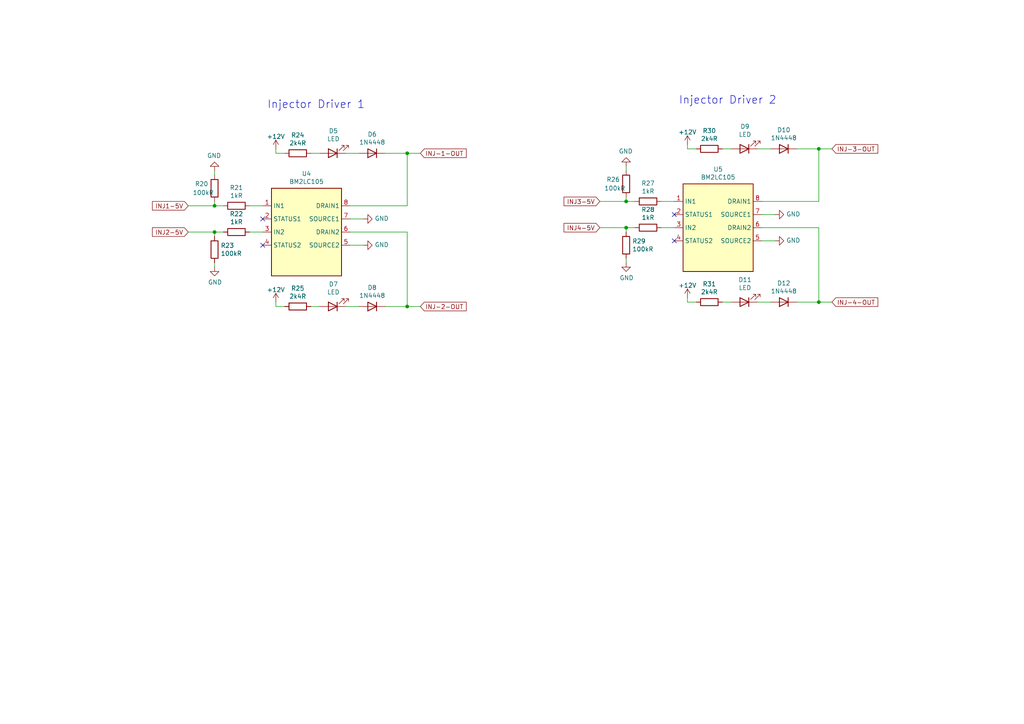
<source format=kicad_sch>
(kicad_sch (version 20211123) (generator eeschema)
  (paper "A4")
  (title_block (title "Speeduino board for Teensy 4.1") (date "2023-01-02") (rev "5") (company "Fontys Eindhoven EXPO group 13 || Speeduino") (comment 1 "Adapted from Speeduino V0.4.4c board"))
  (lib_symbols
    (symbol "Device:D" (pin_numbers hide) (pin_names (offset 1.016) hide)
      (property "Reference" "D" (at 0 2.54 0))
      (property "Value" "D" (at 0 -2.54 0))
      (symbol "D_0_1"
        (polyline (pts (xy -1.27 1.27) (xy -1.27 -1.27)) (stroke (width 0.254)))
        (polyline (pts (xy 1.27 0) (xy -1.27 0)))
        (polyline (pts (xy 1.27 1.27) (xy 1.27 -1.27) (xy -1.27 0) (xy 1.27 1.27)) (stroke (width 0.254)))
      )
      (symbol "D_1_1"
        (pin passive line (at -3.81 0 0) (length 2.54) (name "K") (number "1"))
        (pin passive line (at 3.81 0 180) (length 2.54) (name "A") (number "2"))
      )
    )
    (symbol "Device:LED" (pin_numbers hide) (pin_names (offset 1.016) hide)
      (property "Reference" "D" (at 0 2.54 0))
      (property "Value" "LED" (at 0 -2.54 0))
      (symbol "LED_0_1"
        (polyline (pts (xy -1.27 -1.27) (xy -1.27 1.27)) (stroke (width 0.254)))
        (polyline (pts (xy -1.27 0) (xy 1.27 0)))
        (polyline (pts (xy 1.27 -1.27) (xy 1.27 1.27) (xy -1.27 0) (xy 1.27 -1.27)) (stroke (width 0.254)))
        (polyline (pts (xy -3.048 -0.762) (xy -4.572 -2.286) (xy -3.81 -2.286) (xy -4.572 -2.286) (xy -4.572 -1.524)))
        (polyline (pts (xy -1.778 -0.762) (xy -3.302 -2.286) (xy -2.54 -2.286) (xy -3.302 -2.286) (xy -3.302 -1.524)))
      )
      (symbol "LED_1_1"
        (pin passive line (at -3.81 0 0) (length 2.54) (name "K") (number "1"))
        (pin passive line (at 3.81 0 180) (length 2.54) (name "A") (number "2"))
      )
    )
    (symbol "Device:R" (pin_numbers hide) (pin_names (offset 0))
      (property "Reference" "R" (at 2.032 0 90))
      (property "Value" "R" (at 0 0 90))
      (symbol "R_0_1"
        (rectangle (start -1.016 -2.54) (end 1.016 2.54) (stroke (width 0.254)))
      )
      (symbol "R_1_1"
        (pin passive line (at 0 3.81 270) (length 1.27) (name "~") (number "1"))
        (pin passive line (at 0 -3.81 90) (length 1.27) (name "~") (number "2"))
      )
    )
    (symbol "Speeduino-lib:VNLD5090-IC_Automotive"
      (property "Reference" "U4" (at 2.54 14.4018 0))
      (property "Value" "VNLD5090-IC_Automotive" (at 2.54 12.0904 0))
      (symbol "VNLD5090-IC_Automotive_0_1"
        (rectangle (start -7.62 -15.24) (end 12.7 10.16) (stroke (width 0.254)) (fill (type background)))
      )
      (symbol "VNLD5090-IC_Automotive_1_1"
        (pin input line (at -10.16 5.08 0) (length 2.54) (name "IN1") (number "1"))
        (pin output line (at -10.16 1.27 0) (length 2.54) (name "STATUS1") (number "2"))
        (pin input line (at -10.16 -2.54 0) (length 2.54) (name "IN2") (number "3"))
        (pin output line (at -10.16 -6.35 0) (length 2.54) (name "STATUS2") (number "4"))
        (pin input line (at 15.24 -6.35 180) (length 2.54) (name "SOURCE2") (number "5"))
        (pin output line (at 15.24 -2.54 180) (length 2.54) (name "DRAIN2") (number "6"))
        (pin input line (at 15.24 1.27 180) (length 2.54) (name "SOURCE1") (number "7"))
        (pin output line (at 15.24 5.08 180) (length 2.54) (name "DRAIN1") (number "8"))
      )
    )
    (symbol "power:+12V" (power) (pin_names (offset 0))
      (property "Value" "+12V" (at 0 3.556 0))
      (symbol "+12V_0_1"
        (polyline (pts (xy -0.762 1.27) (xy 0 2.54)))
        (polyline (pts (xy 0 0) (xy 0 2.54)))
        (polyline (pts (xy 0 2.54) (xy 0.762 1.27)))
      )
      (symbol "+12V_1_1"
        (pin power_in line (at 0 0 90) (length 0) hide (name "+12V") (number "1"))
      )
    )
    (symbol "power:GND" (power) (pin_names (offset 0))
      (property "Value" "GND" (at 0 -3.81 0))
      (symbol "GND_0_1"
        (polyline (pts (xy 0 0) (xy 0 -1.27) (xy 1.27 -1.27) (xy 0 -2.54) (xy -1.27 -1.27) (xy 0 -1.27)))
      )
      (symbol "GND_1_1"
        (pin power_in line (at 0 0 270) (length 0) hide (name "GND") (number "1"))
      )
    )
  )
  (junction (at 62.23 59.69))
  (junction (at 237.49 87.63))
  (junction (at 181.61 66.04))
  (junction (at 62.23 67.31))
  (junction (at 118.11 88.9))
  (junction (at 118.11 44.45))
  (junction (at 181.61 58.42))
  (junction (at 237.49 43.18))
  (no_connect (at 76.2 63.5))
  (no_connect (at 195.58 69.85))
  (no_connect (at 76.2 71.12))
  (no_connect (at 195.58 62.23))
  (wire (pts (xy 101.6 67.31) (xy 118.11 67.31)))
  (wire (pts (xy 181.61 76.2) (xy 181.61 74.93)))
  (wire (pts (xy 219.71 87.63) (xy 223.52 87.63)))
  (wire (pts (xy 80.01 88.9) (xy 82.55 88.9)))
  (wire (pts (xy 62.23 77.47) (xy 62.23 76.2)))
  (wire (pts (xy 62.23 50.8) (xy 62.23 49.53)))
  (wire (pts (xy 224.79 69.85) (xy 220.98 69.85)))
  (wire (pts (xy 199.39 87.63) (xy 201.93 87.63)))
  (wire (pts (xy 111.76 88.9) (xy 118.11 88.9)))
  (wire (pts (xy 111.76 44.45) (xy 118.11 44.45)))
  (wire (pts (xy 121.92 44.45) (xy 118.11 44.45)))
  (wire (pts (xy 80.01 44.45) (xy 82.55 44.45)))
  (wire (pts (xy 241.3 87.63) (xy 237.49 87.63)))
  (wire (pts (xy 199.39 41.91) (xy 199.39 43.18)))
  (wire (pts (xy 62.23 59.69) (xy 64.77 59.69)))
  (wire (pts (xy 62.23 67.31) (xy 62.23 68.58)))
  (wire (pts (xy 90.17 44.45) (xy 92.71 44.45)))
  (wire (pts (xy 209.55 87.63) (xy 212.09 87.63)))
  (wire (pts (xy 220.98 58.42) (xy 237.49 58.42)))
  (wire (pts (xy 72.39 67.31) (xy 76.2 67.31)))
  (wire (pts (xy 80.01 43.18) (xy 80.01 44.45)))
  (wire (pts (xy 199.39 86.36) (xy 199.39 87.63)))
  (wire (pts (xy 231.14 87.63) (xy 237.49 87.63)))
  (wire (pts (xy 191.77 66.04) (xy 195.58 66.04)))
  (wire (pts (xy 62.23 58.42) (xy 62.23 59.69)))
  (wire (pts (xy 237.49 66.04) (xy 237.49 87.63)))
  (wire (pts (xy 54.61 59.69) (xy 62.23 59.69)))
  (wire (pts (xy 105.41 71.12) (xy 101.6 71.12)))
  (wire (pts (xy 64.77 67.31) (xy 62.23 67.31)))
  (wire (pts (xy 100.33 88.9) (xy 104.14 88.9)))
  (wire (pts (xy 54.61 67.31) (xy 62.23 67.31)))
  (wire (pts (xy 101.6 63.5) (xy 105.41 63.5)))
  (wire (pts (xy 121.92 88.9) (xy 118.11 88.9)))
  (wire (pts (xy 118.11 67.31) (xy 118.11 88.9)))
  (wire (pts (xy 181.61 66.04) (xy 181.61 67.31)))
  (wire (pts (xy 219.71 43.18) (xy 223.52 43.18)))
  (wire (pts (xy 181.61 49.53) (xy 181.61 48.26)))
  (wire (pts (xy 220.98 62.23) (xy 224.79 62.23)))
  (wire (pts (xy 231.14 43.18) (xy 237.49 43.18)))
  (wire (pts (xy 184.15 66.04) (xy 181.61 66.04)))
  (wire (pts (xy 181.61 58.42) (xy 184.15 58.42)))
  (wire (pts (xy 101.6 59.69) (xy 118.11 59.69)))
  (wire (pts (xy 241.3 43.18) (xy 237.49 43.18)))
  (wire (pts (xy 80.01 87.63) (xy 80.01 88.9)))
  (wire (pts (xy 237.49 58.42) (xy 237.49 43.18)))
  (wire (pts (xy 72.39 59.69) (xy 76.2 59.69)))
  (wire (pts (xy 209.55 43.18) (xy 212.09 43.18)))
  (wire (pts (xy 100.33 44.45) (xy 104.14 44.45)))
  (wire (pts (xy 118.11 59.69) (xy 118.11 44.45)))
  (wire (pts (xy 191.77 58.42) (xy 195.58 58.42)))
  (wire (pts (xy 220.98 66.04) (xy 237.49 66.04)))
  (wire (pts (xy 181.61 57.15) (xy 181.61 58.42)))
  (wire (pts (xy 173.99 58.42) (xy 181.61 58.42)))
  (wire (pts (xy 173.99 66.04) (xy 181.61 66.04)))
  (wire (pts (xy 199.39 43.18) (xy 201.93 43.18)))
  (wire (pts (xy 90.17 88.9) (xy 92.71 88.9)))
  (text "Injector Driver 2" (at 196.85 30.48 0) (effects (font (size 2.2606 2.2606)) (justify left bottom)))
  (text "Injector Driver 1" (at 77.47 31.75 0) (effects (font (size 2.2606 2.2606)) (justify left bottom)))
  (global_label "INJ3-5V" (shape input) (at 173.99 58.42 180) (property "Intersheet References" "${INTERSHEET_REFS}" (effects hide)))
  (global_label "INJ-3-OUT" (shape input) (at 241.3 43.18 0) (property "Intersheet References" "${INTERSHEET_REFS}" (effects hide)))
  (global_label "INJ-2-OUT" (shape input) (at 121.92 88.9 0) (property "Intersheet References" "${INTERSHEET_REFS}" (effects hide)))
  (global_label "INJ2-5V" (shape input) (at 54.61 67.31 180) (property "Intersheet References" "${INTERSHEET_REFS}" (effects hide)))
  (global_label "INJ-1-OUT" (shape input) (at 121.92 44.45 0) (property "Intersheet References" "${INTERSHEET_REFS}" (effects hide)))
  (global_label "INJ4-5V" (shape input) (at 173.99 66.04 180) (property "Intersheet References" "${INTERSHEET_REFS}" (effects hide)))
  (global_label "INJ-4-OUT" (shape input) (at 241.3 87.63 0) (property "Intersheet References" "${INTERSHEET_REFS}" (effects hide)))
  (global_label "INJ1-5V" (shape input) (at 54.61 59.69 180) (property "Intersheet References" "${INTERSHEET_REFS}" (effects hide)))
  (symbol (lib_id "Speeduino-lib:VNLD5090-IC_Automotive") (at 86.36 64.77 0) (unit 1)
    (property "Reference" "U4" (at 88.9 50.3682 0))
    (property "Value" "BM2LC105" (at 88.9 52.6796 0))
    (property "Footprint" "Package_SO:SOP-8_3.9x4.9mm_P1.27mm" (effects hide))
    (property "Manufacturer_Name" "Rohm Semi" (effects hide))
    (property "Manufacturer_Part_Number" "BM2LC105FJ-CE2" (effects hide))
    (property "URL" "https://www.digikey.nl/nl/products/detail/rohm-semiconductor/BM2LC105FJ-CE2/10249308?s=N4IgTCBcDaIEIFkwBkDCBGADAVgGICkBaVAUQgF0BfIA" (effects hide))
    (property "Digikey Part Number" "BM2LC105FJ-CE2CT-ND" (effects hide))
  )
  (symbol (lib_id "power:GND") (at 105.41 63.5 90) (unit 1)
    (property "Reference" "#PWR0116" (effects hide))
    (property "Value" "GND" (at 108.6612 63.373 90) (effects (justify right)))
  )
  (symbol (lib_id "power:GND") (at 105.41 71.12 90) (unit 1)
    (property "Reference" "#PWR0113" (effects hide))
    (property "Value" "GND" (at 108.6612 70.993 90) (effects (justify right)))
  )
  (symbol (lib_id "Device:R") (at 68.58 59.69 270) (unit 1)
    (property "Reference" "R21" (at 68.58 54.4322 90))
    (property "Value" "1kR" (at 68.58 56.7436 90))
    (property "Footprint" "Resistor_SMD:R_0402_1005Metric" (effects hide))
    (property "Digikey Part Number" "2502798" (effects hide))
    (property "Manufacturer_Name" "Walsin" (effects hide))
    (property "Manufacturer_Part_Number" "WF04P1001FTL" (effects hide))
    (property "URL" "https://nl.farnell.com/walsin/wf04p1001ftl/res-1k-1-50v-0402-thick-film/dp/2502798" (effects hide))
  )
  (symbol (lib_id "Device:R") (at 68.58 67.31 270) (unit 1)
    (property "Reference" "R22" (at 68.58 62.0522 90))
    (property "Value" "1kR" (at 68.58 64.3636 90))
    (property "Footprint" "Resistor_SMD:R_0402_1005Metric" (effects hide))
    (property "Digikey Part Number" "2502798" (effects hide))
    (property "Manufacturer_Name" "Walsin" (effects hide))
    (property "Manufacturer_Part_Number" "WF04P1001FTL" (effects hide))
    (property "URL" "https://nl.farnell.com/walsin/wf04p1001ftl/res-1k-1-50v-0402-thick-film/dp/2502798" (effects hide))
  )
  (symbol (lib_id "Device:R") (at 62.23 54.61 180) (unit 1)
    (property "Reference" "R20" (at 56.515 53.34 0) (effects (justify right)))
    (property "Value" "100kR" (at 55.88 55.88 0) (effects (justify right)))
    (property "Footprint" "Resistor_SMD:R_0402_1005Metric" (effects hide))
    (property "Digikey Part Number" "2502803" (effects hide))
    (property "Manufacturer_Name" "Walsin" (effects hide))
    (property "Manufacturer_Part_Number" "WF04P1003FTL" (effects hide))
    (property "URL" "https://nl.farnell.com/walsin/wf04p1003ftl/res-100k-1-50v-0402-thick-film/dp/2502803" (effects hide))
  )
  (symbol (lib_id "Device:R") (at 62.23 72.39 180) (unit 1)
    (property "Reference" "R23" (at 64.008 71.2216 0) (effects (justify right)))
    (property "Value" "100kR" (at 64.008 73.533 0) (effects (justify right)))
    (property "Footprint" "Resistor_SMD:R_0402_1005Metric" (effects hide))
    (property "Digikey Part Number" "2502803" (effects hide))
    (property "Manufacturer_Name" "Walsin" (effects hide))
    (property "Manufacturer_Part_Number" "WF04P1003FTL" (effects hide))
    (property "URL" "https://nl.farnell.com/walsin/wf04p1003ftl/res-100k-1-50v-0402-thick-film/dp/2502803" (effects hide))
  )
  (symbol (lib_id "power:GND") (at 62.23 49.53 180) (unit 1)
    (property "Reference" "#PWR0118" (effects hide))
    (property "Value" "GND" (at 62.103 45.1358 0))
  )
  (symbol (lib_id "power:GND") (at 62.23 77.47 0) (unit 1)
    (property "Reference" "#PWR0117" (effects hide))
    (property "Value" "GND" (at 62.357 81.8642 0))
  )
  (symbol (lib_id "Device:R") (at 86.36 88.9 270) (unit 1)
    (property "Reference" "R25" (at 86.36 83.6422 90))
    (property "Value" "2k4R" (at 86.36 85.9536 90))
    (property "Footprint" "Resistor_SMD:R_0805_2012Metric" (effects hide))
    (property "Digikey Part Number" "2447625" (effects hide))
    (property "Manufacturer_Name" "Multicomp" (effects hide))
    (property "Manufacturer_Part_Number" "MCWR08X2401FTL" (effects hide))
    (property "URL" "https://nl.farnell.com/multicomp/mcwr08x2401ftl/res-2k4-1-0-125w-thick-film/dp/2447625" (effects hide))
  )
  (symbol (lib_id "Device:LED") (at 96.52 88.9 180) (unit 1)
    (property "Reference" "D7" (at 96.6978 82.423 0))
    (property "Value" "LED" (at 96.6978 84.7344 0))
    (property "Footprint" "LED_SMD:LED_0805_2012Metric" (effects hide))
    (property "Digikey Part Number" "3796325" (effects hide))
    (property "Manufacturer_Name" "Multicomp" (effects hide))
    (property "Manufacturer_Part_Number" "MP008293" (effects hide))
    (property "URL" "https://nl.farnell.com/multicomp-pro/mp008293/led-red-220mcd-626nm-0805/dp/3796325" (effects hide))
  )
  (symbol (lib_id "Device:R") (at 86.36 44.45 270) (unit 1)
    (property "Reference" "R24" (at 86.36 39.1922 90))
    (property "Value" "2k4R" (at 86.36 41.5036 90))
    (property "Footprint" "Resistor_SMD:R_0805_2012Metric" (effects hide))
    (property "Digikey Part Number" "2447625" (effects hide))
    (property "Manufacturer_Name" "Multicomp" (effects hide))
    (property "Manufacturer_Part_Number" "MCWR08X2401FTL" (effects hide))
    (property "URL" "https://nl.farnell.com/multicomp/mcwr08x2401ftl/res-2k4-1-0-125w-thick-film/dp/2447625" (effects hide))
  )
  (symbol (lib_id "Device:LED") (at 96.52 44.45 180) (unit 1)
    (property "Reference" "D5" (at 96.6978 37.973 0))
    (property "Value" "LED" (at 96.6978 40.2844 0))
    (property "Footprint" "LED_SMD:LED_0805_2012Metric" (effects hide))
    (property "Digikey Part Number" "3796325" (effects hide))
    (property "Manufacturer_Name" "Multicomp" (effects hide))
    (property "Manufacturer_Part_Number" "MP008293" (effects hide))
    (property "URL" "https://nl.farnell.com/multicomp-pro/mp008293/led-red-220mcd-626nm-0805/dp/3796325" (effects hide))
  )
  (symbol (lib_id "Speeduino-lib:VNLD5090-IC_Automotive") (at 205.74 63.5 0) (unit 1)
    (property "Reference" "U5" (at 208.28 49.0982 0))
    (property "Value" "BM2LC105" (at 208.28 51.4096 0))
    (property "Footprint" "Package_SO:SOP-8_3.9x4.9mm_P1.27mm" (effects hide))
    (property "Manufacturer_Name" "Rohm Semi" (effects hide))
    (property "Manufacturer_Part_Number" "BM2LC105FJ-CE2" (effects hide))
    (property "URL" "https://www.digikey.nl/nl/products/detail/rohm-semiconductor/BM2LC105FJ-CE2/10249308?s=N4IgTCBcDaIEIFkwBkDCBGADAVgGICkBaVAUQgF0BfIA" (effects hide))
    (property "Digikey Part Number" "BM2LC105FJ-CE2CT-ND" (effects hide))
  )
  (symbol (lib_id "power:GND") (at 224.79 62.23 90) (unit 1)
    (property "Reference" "#PWR0110" (effects hide))
    (property "Value" "GND" (at 228.0412 62.103 90) (effects (justify right)))
  )
  (symbol (lib_id "power:GND") (at 224.79 69.85 90) (unit 1)
    (property "Reference" "#PWR0112" (effects hide))
    (property "Value" "GND" (at 228.0412 69.723 90) (effects (justify right)))
  )
  (symbol (lib_id "Device:R") (at 187.96 58.42 270) (unit 1)
    (property "Reference" "R27" (at 187.96 53.1622 90))
    (property "Value" "1kR" (at 187.96 55.4736 90))
    (property "Footprint" "Resistor_SMD:R_0402_1005Metric" (effects hide))
    (property "Digikey Part Number" "2502798" (effects hide))
    (property "Manufacturer_Name" "Walsin" (effects hide))
    (property "Manufacturer_Part_Number" "WF04P1001FTL" (effects hide))
    (property "URL" "https://nl.farnell.com/walsin/wf04p1001ftl/res-1k-1-50v-0402-thick-film/dp/2502798" (effects hide))
  )
  (symbol (lib_id "Device:R") (at 187.96 66.04 270) (unit 1)
    (property "Reference" "R28" (at 187.96 60.7822 90))
    (property "Value" "1kR" (at 187.96 63.0936 90))
    (property "Footprint" "Resistor_SMD:R_0402_1005Metric" (effects hide))
    (property "Digikey Part Number" "2502798" (effects hide))
    (property "Manufacturer_Name" "Walsin" (effects hide))
    (property "Manufacturer_Part_Number" "WF04P1001FTL" (effects hide))
    (property "URL" "https://nl.farnell.com/walsin/wf04p1001ftl/res-1k-1-50v-0402-thick-film/dp/2502798" (effects hide))
  )
  (symbol (lib_id "Device:R") (at 181.61 53.34 180) (unit 1)
    (property "Reference" "R26" (at 175.895 52.07 0) (effects (justify right)))
    (property "Value" "100kR" (at 175.26 54.61 0) (effects (justify right)))
    (property "Footprint" "Resistor_SMD:R_0402_1005Metric" (effects hide))
    (property "Digikey Part Number" "2502803" (effects hide))
    (property "Manufacturer_Name" "Walsin" (effects hide))
    (property "Manufacturer_Part_Number" "WF04P1003FTL" (effects hide))
    (property "URL" "https://nl.farnell.com/walsin/wf04p1003ftl/res-100k-1-50v-0402-thick-film/dp/2502803" (effects hide))
  )
  (symbol (lib_id "Device:R") (at 181.61 71.12 180) (unit 1)
    (property "Reference" "R29" (at 183.388 69.9516 0) (effects (justify right)))
    (property "Value" "100kR" (at 183.388 72.263 0) (effects (justify right)))
    (property "Footprint" "Resistor_SMD:R_0402_1005Metric" (effects hide))
    (property "Digikey Part Number" "2502803" (effects hide))
    (property "Manufacturer_Name" "Walsin" (effects hide))
    (property "Manufacturer_Part_Number" "WF04P1003FTL" (effects hide))
    (property "URL" "https://nl.farnell.com/walsin/wf04p1003ftl/res-100k-1-50v-0402-thick-film/dp/2502803" (effects hide))
  )
  (symbol (lib_id "power:GND") (at 181.61 48.26 180) (unit 1)
    (property "Reference" "#PWR0120" (effects hide))
    (property "Value" "GND" (at 181.483 43.8658 0))
  )
  (symbol (lib_id "power:GND") (at 181.61 76.2 0) (unit 1)
    (property "Reference" "#PWR0119" (effects hide))
    (property "Value" "GND" (at 181.737 80.5942 0))
  )
  (symbol (lib_id "Device:R") (at 205.74 87.63 270) (unit 1)
    (property "Reference" "R31" (at 205.74 82.3722 90))
    (property "Value" "2k4R" (at 205.74 84.6836 90))
    (property "Footprint" "Resistor_SMD:R_0805_2012Metric" (effects hide))
    (property "Digikey Part Number" "2447625" (effects hide))
    (property "Manufacturer_Name" "Multicomp" (effects hide))
    (property "Manufacturer_Part_Number" "MCWR08X2401FTL" (effects hide))
    (property "URL" "https://nl.farnell.com/multicomp/mcwr08x2401ftl/res-2k4-1-0-125w-thick-film/dp/2447625" (effects hide))
  )
  (symbol (lib_id "Device:LED") (at 215.9 87.63 180) (unit 1)
    (property "Reference" "D11" (at 216.0778 81.153 0))
    (property "Value" "LED" (at 216.0778 83.4644 0))
    (property "Footprint" "LED_SMD:LED_0805_2012Metric" (effects hide))
    (property "Digikey Part Number" "3796325" (effects hide))
    (property "Manufacturer_Name" "Multicomp" (effects hide))
    (property "Manufacturer_Part_Number" "MP008293" (effects hide))
    (property "URL" "https://nl.farnell.com/multicomp-pro/mp008293/led-red-220mcd-626nm-0805/dp/3796325" (effects hide))
  )
  (symbol (lib_id "Device:R") (at 205.74 43.18 270) (unit 1)
    (property "Reference" "R30" (at 205.74 37.9222 90))
    (property "Value" "2k4R" (at 205.74 40.2336 90))
    (property "Footprint" "Resistor_SMD:R_0805_2012Metric" (effects hide))
    (property "Digikey Part Number" "2447625" (effects hide))
    (property "Manufacturer_Name" "Multicomp" (effects hide))
    (property "Manufacturer_Part_Number" "MCWR08X2401FTL" (effects hide))
    (property "URL" "https://nl.farnell.com/multicomp/mcwr08x2401ftl/res-2k4-1-0-125w-thick-film/dp/2447625" (effects hide))
  )
  (symbol (lib_id "Device:LED") (at 215.9 43.18 180) (unit 1)
    (property "Reference" "D9" (at 216.0778 36.703 0))
    (property "Value" "LED" (at 216.0778 39.0144 0))
    (property "Footprint" "LED_SMD:LED_0805_2012Metric" (effects hide))
    (property "Digikey Part Number" "3796325" (effects hide))
    (property "Manufacturer_Name" "Multicomp" (effects hide))
    (property "Manufacturer_Part_Number" "MP008293" (effects hide))
    (property "URL" "https://nl.farnell.com/multicomp-pro/mp008293/led-red-220mcd-626nm-0805/dp/3796325" (effects hide))
  )
  (symbol (lib_id "Device:D") (at 227.33 87.63 180) (unit 1)
    (property "Reference" "D12" (at 227.33 82.1436 0))
    (property "Value" "1N4448" (at 227.33 84.455 0))
    (property "Footprint" "Diode_SMD:D_SOD-123" (effects hide))
    (property "Digikey Part Number" "1843738" (effects hide))
    (property "Manufacturer_Name" "Diodes inc." (effects hide))
    (property "Manufacturer_Part_Number" "1N4448W-7-F" (effects hide))
    (property "URL" "https://nl.farnell.com/diodes-inc/1n4448w-7-f/diode-switching-75v-0-4w-sod123/dp/1843738?st=1n4448" (effects hide))
  )
  (symbol (lib_id "Device:D") (at 227.33 43.18 180) (unit 1)
    (property "Reference" "D10" (at 227.33 37.6936 0))
    (property "Value" "1N4448" (at 227.33 40.005 0))
    (property "Footprint" "Diode_SMD:D_SOD-123" (effects hide))
    (property "Digikey Part Number" "1843738" (effects hide))
    (property "Manufacturer_Name" "Diodes inc." (effects hide))
    (property "Manufacturer_Part_Number" "1N4448W-7-F" (effects hide))
    (property "URL" "https://nl.farnell.com/diodes-inc/1n4448w-7-f/diode-switching-75v-0-4w-sod123/dp/1843738?st=1n4448" (effects hide))
  )
  (symbol (lib_id "Device:D") (at 107.95 44.45 180) (unit 1)
    (property "Reference" "D6" (at 107.95 38.9636 0))
    (property "Value" "1N4448" (at 107.95 41.275 0))
    (property "Footprint" "Diode_SMD:D_SOD-123" (effects hide))
    (property "Digikey Part Number" "1843738" (effects hide))
    (property "Manufacturer_Name" "Diodes inc." (effects hide))
    (property "Manufacturer_Part_Number" "1N4448W-7-F" (effects hide))
    (property "URL" "https://nl.farnell.com/diodes-inc/1n4448w-7-f/diode-switching-75v-0-4w-sod123/dp/1843738?st=1n4448" (effects hide))
  )
  (symbol (lib_id "Device:D") (at 107.95 88.9 180) (unit 1)
    (property "Reference" "D8" (at 107.95 83.4136 0))
    (property "Value" "1N4448" (at 107.95 85.725 0))
    (property "Footprint" "Diode_SMD:D_SOD-123" (effects hide))
    (property "Digikey Part Number" "1843738" (effects hide))
    (property "Manufacturer_Name" "Diodes inc." (effects hide))
    (property "Manufacturer_Part_Number" "1N4448W-7-F" (effects hide))
    (property "URL" "https://nl.farnell.com/diodes-inc/1n4448w-7-f/diode-switching-75v-0-4w-sod123/dp/1843738?st=1n4448" (effects hide))
  )
  (symbol (lib_id "power:+12V") (at 80.01 87.63 0) (unit 1)
    (property "Reference" "#PWR0114" (effects hide))
    (property "Value" "+12V" (at 80.01 84.0542 0))
  )
  (symbol (lib_id "power:+12V") (at 199.39 86.36 0) (unit 1)
    (property "Reference" "#PWR0109" (effects hide))
    (property "Value" "+12V" (at 199.39 82.7842 0))
  )
  (symbol (lib_id "power:+12V") (at 80.01 43.18 0) (unit 1)
    (property "Reference" "#PWR0115" (effects hide))
    (property "Value" "+12V" (at 80.01 39.6042 0))
  )
  (symbol (lib_id "power:+12V") (at 199.39 41.91 0) (unit 1)
    (property "Reference" "#PWR0111" (effects hide))
    (property "Value" "+12V" (at 199.39 38.3342 0))
  )
)
</source>
